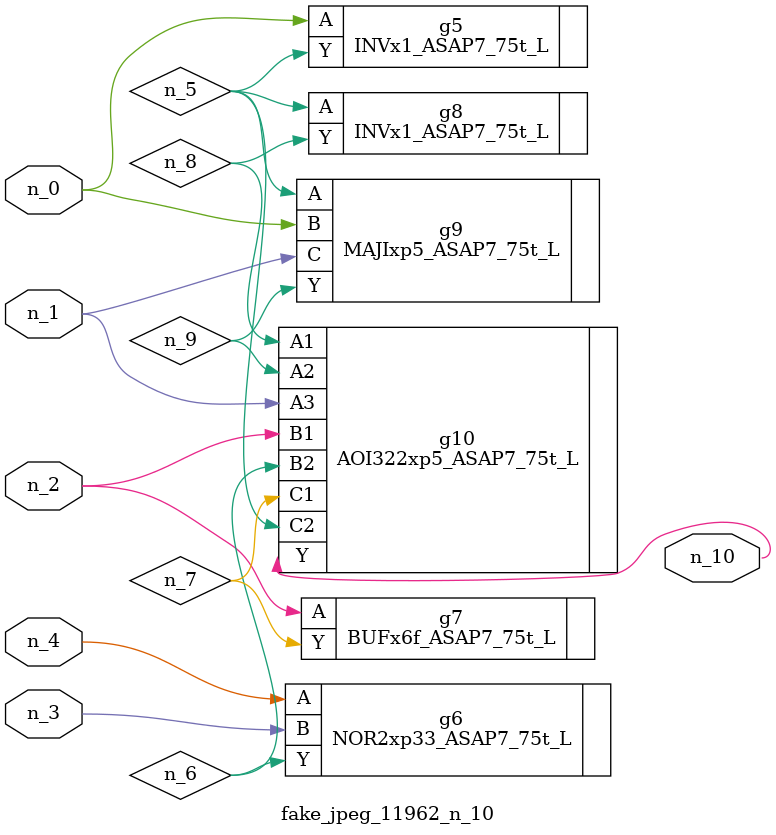
<source format=v>
module fake_jpeg_11962_n_10 (n_3, n_2, n_1, n_0, n_4, n_10);

input n_3;
input n_2;
input n_1;
input n_0;
input n_4;

output n_10;

wire n_8;
wire n_9;
wire n_6;
wire n_5;
wire n_7;

INVx1_ASAP7_75t_L g5 ( 
.A(n_0),
.Y(n_5)
);

NOR2xp33_ASAP7_75t_L g6 ( 
.A(n_4),
.B(n_3),
.Y(n_6)
);

BUFx6f_ASAP7_75t_L g7 ( 
.A(n_2),
.Y(n_7)
);

INVx1_ASAP7_75t_L g8 ( 
.A(n_5),
.Y(n_8)
);

AOI322xp5_ASAP7_75t_L g10 ( 
.A1(n_8),
.A2(n_9),
.A3(n_1),
.B1(n_2),
.B2(n_6),
.C1(n_7),
.C2(n_5),
.Y(n_10)
);

MAJIxp5_ASAP7_75t_L g9 ( 
.A(n_5),
.B(n_0),
.C(n_1),
.Y(n_9)
);


endmodule
</source>
